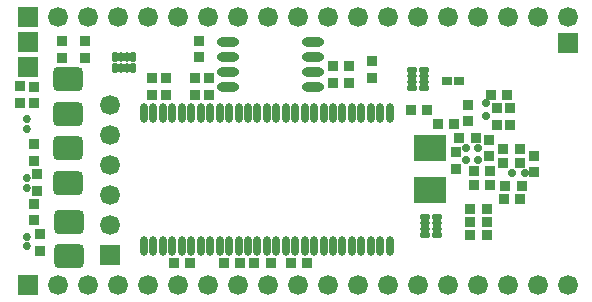
<source format=gbs>
G04 Layer_Color=16711935*
%FSLAX25Y25*%
%MOIN*%
G70*
G01*
G75*
%ADD74R,0.03720X0.03720*%
%ADD75R,0.03720X0.03720*%
%ADD92R,0.03220X0.02720*%
%ADD93R,0.06625X0.06625*%
%ADD94C,0.06625*%
%ADD95R,0.06625X0.06625*%
%ADD96C,0.02751*%
%ADD97C,0.02920*%
%ADD98R,0.05906X0.02900*%
%ADD99R,0.05906X0.03050*%
%ADD100R,0.02900X0.05906*%
%ADD101R,0.03050X0.05906*%
%ADD102O,0.07413X0.03082*%
%ADD103R,0.10563X0.08594*%
G04:AMPARAMS|DCode=104|XSize=97.75mil|YSize=78.07mil|CornerRadius=12.46mil|HoleSize=0mil|Usage=FLASHONLY|Rotation=180.000|XOffset=0mil|YOffset=0mil|HoleType=Round|Shape=RoundedRectangle|*
%AMROUNDEDRECTD104*
21,1,0.09775,0.05315,0,0,180.0*
21,1,0.07284,0.07807,0,0,180.0*
1,1,0.02492,-0.03642,0.02658*
1,1,0.02492,0.03642,0.02658*
1,1,0.02492,0.03642,-0.02658*
1,1,0.02492,-0.03642,-0.02658*
%
%ADD104ROUNDEDRECTD104*%
%ADD105O,0.02689X0.06625*%
G04:AMPARAMS|DCode=106|XSize=30.82mil|YSize=22.95mil|CornerRadius=5.57mil|HoleSize=0mil|Usage=FLASHONLY|Rotation=90.000|XOffset=0mil|YOffset=0mil|HoleType=Round|Shape=RoundedRectangle|*
%AMROUNDEDRECTD106*
21,1,0.03082,0.01181,0,0,90.0*
21,1,0.01969,0.02295,0,0,90.0*
1,1,0.01114,0.00591,0.00984*
1,1,0.01114,0.00591,-0.00984*
1,1,0.01114,-0.00591,-0.00984*
1,1,0.01114,-0.00591,0.00984*
%
%ADD106ROUNDEDRECTD106*%
G04:AMPARAMS|DCode=107|XSize=30.82mil|YSize=19.01mil|CornerRadius=5.08mil|HoleSize=0mil|Usage=FLASHONLY|Rotation=90.000|XOffset=0mil|YOffset=0mil|HoleType=Round|Shape=RoundedRectangle|*
%AMROUNDEDRECTD107*
21,1,0.03082,0.00886,0,0,90.0*
21,1,0.02067,0.01901,0,0,90.0*
1,1,0.01015,0.00443,0.01034*
1,1,0.01015,0.00443,-0.01034*
1,1,0.01015,-0.00443,-0.01034*
1,1,0.01015,-0.00443,0.01034*
%
%ADD107ROUNDEDRECTD107*%
G04:AMPARAMS|DCode=108|XSize=30.82mil|YSize=22.95mil|CornerRadius=5.57mil|HoleSize=0mil|Usage=FLASHONLY|Rotation=0.000|XOffset=0mil|YOffset=0mil|HoleType=Round|Shape=RoundedRectangle|*
%AMROUNDEDRECTD108*
21,1,0.03082,0.01181,0,0,0.0*
21,1,0.01969,0.02295,0,0,0.0*
1,1,0.01114,0.00984,-0.00591*
1,1,0.01114,-0.00984,-0.00591*
1,1,0.01114,-0.00984,0.00591*
1,1,0.01114,0.00984,0.00591*
%
%ADD108ROUNDEDRECTD108*%
G04:AMPARAMS|DCode=109|XSize=30.82mil|YSize=19.01mil|CornerRadius=5.08mil|HoleSize=0mil|Usage=FLASHONLY|Rotation=0.000|XOffset=0mil|YOffset=0mil|HoleType=Round|Shape=RoundedRectangle|*
%AMROUNDEDRECTD109*
21,1,0.03082,0.00886,0,0,0.0*
21,1,0.02067,0.01901,0,0,0.0*
1,1,0.01015,0.01034,-0.00443*
1,1,0.01015,-0.01034,-0.00443*
1,1,0.01015,-0.01034,0.00443*
1,1,0.01015,0.01034,0.00443*
%
%ADD109ROUNDEDRECTD109*%
D74*
X122500Y73600D02*
D03*
Y79100D02*
D03*
X49300Y73400D02*
D03*
Y67900D02*
D03*
X65000Y80300D02*
D03*
Y85800D02*
D03*
X68200Y73400D02*
D03*
Y67900D02*
D03*
X63700Y73400D02*
D03*
Y67900D02*
D03*
X176700Y47600D02*
D03*
Y42100D02*
D03*
X154600Y64600D02*
D03*
Y59100D02*
D03*
X19300Y85700D02*
D03*
Y80200D02*
D03*
X161700Y47400D02*
D03*
Y52900D02*
D03*
X150600Y48700D02*
D03*
Y43200D02*
D03*
X168454Y63328D02*
D03*
Y57828D02*
D03*
X164054D02*
D03*
Y63328D02*
D03*
X10000Y31500D02*
D03*
Y26000D02*
D03*
X5100Y65200D02*
D03*
Y70700D02*
D03*
X10000Y70600D02*
D03*
Y65100D02*
D03*
X53900Y67900D02*
D03*
Y73400D02*
D03*
X11900Y15900D02*
D03*
Y21400D02*
D03*
X10900Y35800D02*
D03*
Y41300D02*
D03*
X10000Y51400D02*
D03*
Y45900D02*
D03*
X26800Y85700D02*
D03*
Y80200D02*
D03*
D75*
X95500Y11800D02*
D03*
X101000D02*
D03*
X156532Y37868D02*
D03*
X162031D02*
D03*
Y42369D02*
D03*
X156532D02*
D03*
X157100Y53400D02*
D03*
X151600D02*
D03*
X155316Y21100D02*
D03*
X160816D02*
D03*
Y25500D02*
D03*
X155316D02*
D03*
X160791Y29900D02*
D03*
X155291D02*
D03*
X172493Y37316D02*
D03*
X166993D02*
D03*
X171800Y49700D02*
D03*
X166300D02*
D03*
Y45200D02*
D03*
X171800D02*
D03*
X166400Y33200D02*
D03*
X171900D02*
D03*
X150000Y58200D02*
D03*
X144500D02*
D03*
X162100Y67900D02*
D03*
X167600D02*
D03*
X135500Y62700D02*
D03*
X141000D02*
D03*
X109500Y71800D02*
D03*
X115000D02*
D03*
X109500Y77400D02*
D03*
X115000D02*
D03*
X62000Y11800D02*
D03*
X56500D02*
D03*
X73200D02*
D03*
X78700D02*
D03*
X88800D02*
D03*
X83300D02*
D03*
D92*
X147700Y72600D02*
D03*
X151700D02*
D03*
D93*
X187800Y85100D02*
D03*
X7800Y77000D02*
D03*
Y85300D02*
D03*
Y93700D02*
D03*
Y4500D02*
D03*
D94*
X35200Y64500D02*
D03*
Y54500D02*
D03*
Y44500D02*
D03*
Y34500D02*
D03*
Y24500D02*
D03*
X17800Y93700D02*
D03*
X27800D02*
D03*
X37800D02*
D03*
X47800D02*
D03*
X57800D02*
D03*
X67800D02*
D03*
X77800D02*
D03*
X87800D02*
D03*
X97800D02*
D03*
X107800D02*
D03*
X117800D02*
D03*
X127800D02*
D03*
X137800D02*
D03*
X147800D02*
D03*
X157800D02*
D03*
X167800D02*
D03*
X177800D02*
D03*
X187800D02*
D03*
X17800Y4500D02*
D03*
X27800D02*
D03*
X37800D02*
D03*
X47800D02*
D03*
X57800D02*
D03*
X67800D02*
D03*
X77800D02*
D03*
X87800D02*
D03*
X97800D02*
D03*
X107800D02*
D03*
X117800D02*
D03*
X127800D02*
D03*
X137800D02*
D03*
X147800D02*
D03*
X157800D02*
D03*
X167800D02*
D03*
X177800D02*
D03*
X187800D02*
D03*
D95*
X35200Y14500D02*
D03*
D96*
X7700Y56525D02*
D03*
Y59675D02*
D03*
Y20575D02*
D03*
Y17425D02*
D03*
Y40075D02*
D03*
Y36925D02*
D03*
D97*
X169189Y41663D02*
D03*
X173520D02*
D03*
X154032Y49968D02*
D03*
X157968D02*
D03*
X154032Y46031D02*
D03*
X157968D02*
D03*
X160700Y65065D02*
D03*
Y60735D02*
D03*
D98*
X39947Y76650D02*
D03*
D99*
X39847Y80575D02*
D03*
D100*
X135950Y73053D02*
D03*
X140250Y24053D02*
D03*
D101*
X139875Y73153D02*
D03*
X144175Y24153D02*
D03*
D102*
X74625Y85600D02*
D03*
Y80600D02*
D03*
Y75600D02*
D03*
Y70600D02*
D03*
X102775Y75600D02*
D03*
Y85600D02*
D03*
Y80600D02*
D03*
Y70600D02*
D03*
D103*
X141931Y49990D02*
D03*
Y36013D02*
D03*
D104*
X21400Y14191D02*
D03*
Y25609D02*
D03*
X21300Y38591D02*
D03*
Y50009D02*
D03*
X21200Y61591D02*
D03*
Y73009D02*
D03*
D105*
X46555Y61944D02*
D03*
X49705D02*
D03*
X52854D02*
D03*
X56004D02*
D03*
X59153D02*
D03*
X62303D02*
D03*
X65453D02*
D03*
X68602D02*
D03*
X71752D02*
D03*
X74902D02*
D03*
X78051D02*
D03*
X81201D02*
D03*
X84350D02*
D03*
X87500D02*
D03*
X90650D02*
D03*
X93799D02*
D03*
X96949D02*
D03*
X100098D02*
D03*
X103248D02*
D03*
X106398D02*
D03*
X109547D02*
D03*
X112697D02*
D03*
X115847D02*
D03*
X118996D02*
D03*
X122146D02*
D03*
X125295D02*
D03*
X128445D02*
D03*
X46555Y17456D02*
D03*
X49705D02*
D03*
X52854D02*
D03*
X56004D02*
D03*
X59153D02*
D03*
X62303D02*
D03*
X65453D02*
D03*
X68602D02*
D03*
X71752D02*
D03*
X74902D02*
D03*
X78051D02*
D03*
X81201D02*
D03*
X84350D02*
D03*
X87500D02*
D03*
X90650D02*
D03*
X93799D02*
D03*
X96949D02*
D03*
X100098D02*
D03*
X103248D02*
D03*
X106398D02*
D03*
X109547D02*
D03*
X112697D02*
D03*
X115847D02*
D03*
X118996D02*
D03*
X122146D02*
D03*
X125295D02*
D03*
X128445D02*
D03*
D106*
X36849Y76631D02*
D03*
X42951D02*
D03*
Y80568D02*
D03*
X36849D02*
D03*
D107*
X38916Y76631D02*
D03*
X40884D02*
D03*
Y80568D02*
D03*
X38916D02*
D03*
D108*
X135932Y76151D02*
D03*
Y70049D02*
D03*
X139868D02*
D03*
Y76151D02*
D03*
X140232Y27151D02*
D03*
Y21049D02*
D03*
X144168D02*
D03*
Y27151D02*
D03*
D109*
X135932Y74084D02*
D03*
Y72116D02*
D03*
X139868D02*
D03*
Y74084D02*
D03*
X140232Y25084D02*
D03*
Y23116D02*
D03*
X144168D02*
D03*
Y25084D02*
D03*
M02*

</source>
